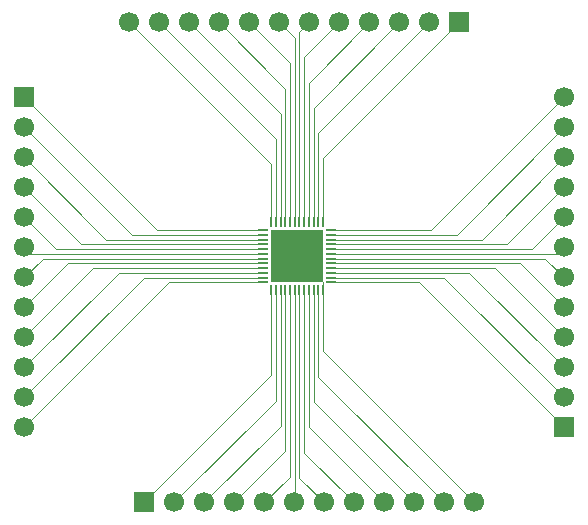
<source format=gbr>
%TF.GenerationSoftware,KiCad,Pcbnew,9.0.1*%
%TF.CreationDate,2025-08-21T20:12:04-04:00*%
%TF.ProjectId,STM32WL33CC1,53544d33-3257-44c3-9333-4343312e6b69,rev?*%
%TF.SameCoordinates,Original*%
%TF.FileFunction,Copper,L1,Top*%
%TF.FilePolarity,Positive*%
%FSLAX46Y46*%
G04 Gerber Fmt 4.6, Leading zero omitted, Abs format (unit mm)*
G04 Created by KiCad (PCBNEW 9.0.1) date 2025-08-21 20:12:04*
%MOMM*%
%LPD*%
G01*
G04 APERTURE LIST*
%TA.AperFunction,ComponentPad*%
%ADD10C,1.700000*%
%TD*%
%TA.AperFunction,ComponentPad*%
%ADD11R,1.700000X1.700000*%
%TD*%
%TA.AperFunction,SMDPad,CuDef*%
%ADD12R,0.863600X0.203200*%
%TD*%
%TA.AperFunction,SMDPad,CuDef*%
%ADD13R,0.203200X0.863600*%
%TD*%
%TA.AperFunction,SMDPad,CuDef*%
%ADD14R,4.495800X4.495800*%
%TD*%
%TA.AperFunction,Conductor*%
%ADD15C,0.100000*%
%TD*%
%TA.AperFunction,Conductor*%
%ADD16C,0.200000*%
%TD*%
G04 APERTURE END LIST*
D10*
%TO.P,J2,12,Pin_12*%
%TO.N,Pin 24*%
X163830000Y-97790000D03*
%TO.P,J2,11,Pin_11*%
%TO.N,Pin 23*%
X161290000Y-97790000D03*
%TO.P,J2,10,Pin_10*%
%TO.N,Pin 22*%
X158750000Y-97790000D03*
%TO.P,J2,9,Pin_9*%
%TO.N,Pin 21*%
X156210000Y-97790000D03*
%TO.P,J2,8,Pin_8*%
%TO.N,Pin 20*%
X153670000Y-97790000D03*
%TO.P,J2,7,Pin_7*%
%TO.N,Pin 19*%
X151130000Y-97790000D03*
%TO.P,J2,6,Pin_6*%
%TO.N,Pin 18*%
X148590000Y-97790000D03*
%TO.P,J2,5,Pin_5*%
%TO.N,Pin 17*%
X146050000Y-97790000D03*
%TO.P,J2,4,Pin_4*%
%TO.N,Pin 16*%
X143510000Y-97790000D03*
%TO.P,J2,3,Pin_3*%
%TO.N,Pin 15*%
X140970000Y-97790000D03*
%TO.P,J2,2,Pin_2*%
%TO.N,Pin 14*%
X138430000Y-97790000D03*
D11*
%TO.P,J2,1,Pin_1*%
%TO.N,Pin 13*%
X135890000Y-97790000D03*
%TD*%
D12*
%TO.P,U1,1,PA2*%
%TO.N,Pin 1*%
X145974800Y-74744999D03*
%TO.P,U1,2,PA3*%
%TO.N,Pin 2*%
X145974800Y-75145001D03*
%TO.P,U1,3,VDD_1*%
%TO.N,Pin 3*%
X145974800Y-75545000D03*
%TO.P,U1,4,PB3*%
%TO.N,Pin 4*%
X145974800Y-75944999D03*
%TO.P,U1,5,PB4*%
%TO.N,Pin 5*%
X145974800Y-76345001D03*
%TO.P,U1,6,PB5*%
%TO.N,Pin 6*%
X145974800Y-76745000D03*
%TO.P,U1,7,PA0*%
%TO.N,Pin 7*%
X145974800Y-77145000D03*
%TO.P,U1,8,PA4*%
%TO.N,Pin 8*%
X145974800Y-77544999D03*
%TO.P,U1,9,PA11*%
%TO.N,Pin 9*%
X145974800Y-77945001D03*
%TO.P,U1,10,PA10*%
%TO.N,Pin 10*%
X145974800Y-78345000D03*
%TO.P,U1,11,PA9*%
%TO.N,Pin 11*%
X145974800Y-78744999D03*
%TO.P,U1,12,PA8*%
%TO.N,Pin 12*%
X145974800Y-79145001D03*
D13*
%TO.P,U1,13,PB6*%
%TO.N,Pin 13*%
X146644999Y-79815200D03*
%TO.P,U1,14,PA5*%
%TO.N,Pin 14*%
X147045001Y-79815200D03*
%TO.P,U1,15,PA6*%
%TO.N,Pin 15*%
X147445000Y-79815200D03*
%TO.P,U1,16,PA7*%
%TO.N,Pin 16*%
X147844999Y-79815200D03*
%TO.P,U1,17,PB12*%
%TO.N,Pin 17*%
X148245001Y-79815200D03*
%TO.P,U1,18,PB13*%
%TO.N,Pin 18*%
X148645000Y-79815200D03*
%TO.P,U1,19,PB14*%
%TO.N,Pin 19*%
X149045000Y-79815200D03*
%TO.P,U1,20,PB15*%
%TO.N,Pin 20*%
X149444999Y-79815200D03*
%TO.P,U1,21,VDD2*%
%TO.N,Pin 21*%
X149845001Y-79815200D03*
%TO.P,U1,22,LPAWUR*%
%TO.N,Pin 22*%
X150245000Y-79815200D03*
%TO.P,U1,23,RX*%
%TO.N,Pin 23*%
X150644999Y-79815200D03*
%TO.P,U1,24,EXTGND*%
%TO.N,Pin 24*%
X151045001Y-79815200D03*
D12*
%TO.P,U1,25,TX_HP*%
%TO.N,Pin 25*%
X151715200Y-79145001D03*
%TO.P,U1,26,TX*%
%TO.N,Pin 26*%
X151715200Y-78744999D03*
%TO.P,U1,27,VDDRF*%
%TO.N,Pin 27*%
X151715200Y-78345000D03*
%TO.P,U1,28,OSCOUT*%
%TO.N,Pin 28*%
X151715200Y-77945001D03*
%TO.P,U1,29,OSCIN*%
%TO.N,Pin 29*%
X151715200Y-77544999D03*
%TO.P,U1,30,PA1*%
%TO.N,Pin 30*%
X151715200Y-77145000D03*
%TO.P,U1,31,PB7*%
%TO.N,Pin 31*%
X151715200Y-76745000D03*
%TO.P,U1,32,PB11*%
%TO.N,Pin 32*%
X151715200Y-76345001D03*
%TO.P,U1,33,PB10*%
%TO.N,Pin 33*%
X151715200Y-75944999D03*
%TO.P,U1,34,PB9*%
%TO.N,Pin 34*%
X151715200Y-75545000D03*
%TO.P,U1,35,PB8*%
%TO.N,Pin 35*%
X151715200Y-75145001D03*
%TO.P,U1,36,NRST*%
%TO.N,Pin 36*%
X151715200Y-74744999D03*
D13*
%TO.P,U1,37,VDDSD*%
%TO.N,Pin 37*%
X151045001Y-74074800D03*
%TO.P,U1,38,VLXSD*%
%TO.N,Pin 38*%
X150644999Y-74074800D03*
%TO.P,U1,39,VSSSD*%
%TO.N,Pin 39*%
X150245000Y-74074800D03*
%TO.P,U1,40,VFBSD*%
%TO.N,Pin 40*%
X149845001Y-74074800D03*
%TO.P,U1,41,VCAP*%
%TO.N,Pin 41*%
X149444999Y-74074800D03*
%TO.P,U1,42,PA12*%
%TO.N,Pin 42*%
X149045000Y-74074800D03*
%TO.P,U1,43,PA13*%
%TO.N,Pin 43*%
X148645000Y-74074800D03*
%TO.P,U1,44,PA14*%
%TO.N,Pin 44*%
X148245001Y-74074800D03*
%TO.P,U1,45,PA15*%
%TO.N,Pin 45*%
X147844999Y-74074800D03*
%TO.P,U1,46,PB0*%
%TO.N,Pin 46*%
X147445000Y-74074800D03*
%TO.P,U1,47,PB1*%
%TO.N,Pin 47*%
X147045001Y-74074800D03*
%TO.P,U1,48,PB2*%
%TO.N,Pin 48*%
X146644999Y-74074800D03*
D14*
%TO.P,U1,49,EPAD*%
%TO.N,Pin 24*%
X148845000Y-76945000D03*
%TD*%
D11*
%TO.P,J4,1,Pin_1*%
%TO.N,Pin 37*%
X162560000Y-57150000D03*
D10*
%TO.P,J4,2,Pin_2*%
%TO.N,Pin 38*%
X160020000Y-57150000D03*
%TO.P,J4,3,Pin_3*%
%TO.N,Pin 39*%
X157480000Y-57150000D03*
%TO.P,J4,4,Pin_4*%
%TO.N,Pin 40*%
X154940000Y-57150000D03*
%TO.P,J4,5,Pin_5*%
%TO.N,Pin 41*%
X152400000Y-57150000D03*
%TO.P,J4,6,Pin_6*%
%TO.N,Pin 42*%
X149860000Y-57150000D03*
%TO.P,J4,7,Pin_7*%
%TO.N,Pin 43*%
X147320000Y-57150000D03*
%TO.P,J4,8,Pin_8*%
%TO.N,Pin 44*%
X144780000Y-57150000D03*
%TO.P,J4,9,Pin_9*%
%TO.N,Pin 45*%
X142240000Y-57150000D03*
%TO.P,J4,10,Pin_10*%
%TO.N,Pin 46*%
X139700000Y-57150000D03*
%TO.P,J4,11,Pin_11*%
%TO.N,Pin 47*%
X137160000Y-57150000D03*
%TO.P,J4,12,Pin_12*%
%TO.N,Pin 48*%
X134620000Y-57150000D03*
%TD*%
D11*
%TO.P,J3,1,Pin_1*%
%TO.N,Pin 25*%
X171450000Y-91440000D03*
D10*
%TO.P,J3,2,Pin_2*%
%TO.N,Pin 26*%
X171450000Y-88900000D03*
%TO.P,J3,3,Pin_3*%
%TO.N,Pin 27*%
X171450000Y-86360000D03*
%TO.P,J3,4,Pin_4*%
%TO.N,Pin 28*%
X171450000Y-83820000D03*
%TO.P,J3,5,Pin_5*%
%TO.N,Pin 29*%
X171450000Y-81280000D03*
%TO.P,J3,6,Pin_6*%
%TO.N,Pin 30*%
X171450000Y-78740000D03*
%TO.P,J3,7,Pin_7*%
%TO.N,Pin 31*%
X171450000Y-76200000D03*
%TO.P,J3,8,Pin_8*%
%TO.N,Pin 32*%
X171450000Y-73660000D03*
%TO.P,J3,9,Pin_9*%
%TO.N,Pin 33*%
X171450000Y-71120000D03*
%TO.P,J3,10,Pin_10*%
%TO.N,Pin 34*%
X171450000Y-68580000D03*
%TO.P,J3,11,Pin_11*%
%TO.N,Pin 35*%
X171450000Y-66040000D03*
%TO.P,J3,12,Pin_12*%
%TO.N,Pin 36*%
X171450000Y-63500000D03*
%TD*%
D11*
%TO.P,J1,1,Pin_1*%
%TO.N,Pin 1*%
X125730000Y-63500000D03*
D10*
%TO.P,J1,2,Pin_2*%
%TO.N,Pin 2*%
X125730000Y-66040000D03*
%TO.P,J1,3,Pin_3*%
%TO.N,Pin 3*%
X125730000Y-68580000D03*
%TO.P,J1,4,Pin_4*%
%TO.N,Pin 4*%
X125730000Y-71120000D03*
%TO.P,J1,5,Pin_5*%
%TO.N,Pin 5*%
X125730000Y-73660000D03*
%TO.P,J1,6,Pin_6*%
%TO.N,Pin 6*%
X125730000Y-76200000D03*
%TO.P,J1,7,Pin_7*%
%TO.N,Pin 7*%
X125730000Y-78740000D03*
%TO.P,J1,8,Pin_8*%
%TO.N,Pin 8*%
X125730000Y-81280000D03*
%TO.P,J1,9,Pin_9*%
%TO.N,Pin 9*%
X125730000Y-83820000D03*
%TO.P,J1,10,Pin_10*%
%TO.N,Pin 10*%
X125730000Y-86360000D03*
%TO.P,J1,11,Pin_11*%
%TO.N,Pin 11*%
X125730000Y-88900000D03*
%TO.P,J1,12,Pin_12*%
%TO.N,Pin 12*%
X125730000Y-91440000D03*
%TD*%
D15*
%TO.N,Pin 25*%
X151715200Y-79145001D02*
X159155001Y-79145001D01*
X159155001Y-79145001D02*
X171450000Y-91440000D01*
%TO.N,Pin 26*%
X151715200Y-78744999D02*
X161294999Y-78744999D01*
X161294999Y-78744999D02*
X171450000Y-88900000D01*
%TO.N,Pin 27*%
X151715200Y-78345000D02*
X163435000Y-78345000D01*
X163435000Y-78345000D02*
X171450000Y-86360000D01*
%TO.N,Pin 28*%
X151715200Y-77945001D02*
X165575001Y-77945001D01*
X165575001Y-77945001D02*
X171450000Y-83820000D01*
%TO.N,Pin 29*%
X151715200Y-77544999D02*
X167714999Y-77544999D01*
X167714999Y-77544999D02*
X171450000Y-81280000D01*
%TO.N,Pin 30*%
X151715200Y-77145000D02*
X169855000Y-77145000D01*
X169855000Y-77145000D02*
X171450000Y-78740000D01*
%TO.N,Pin 31*%
X151715200Y-76745000D02*
X170905000Y-76745000D01*
X170905000Y-76745000D02*
X171450000Y-76200000D01*
%TO.N,Pin 32*%
X151715200Y-76345001D02*
X168764999Y-76345001D01*
X168764999Y-76345001D02*
X171450000Y-73660000D01*
%TO.N,Pin 33*%
X151715200Y-75944999D02*
X166625001Y-75944999D01*
X166625001Y-75944999D02*
X171450000Y-71120000D01*
%TO.N,Pin 34*%
X151715200Y-75545000D02*
X164485000Y-75545000D01*
X164485000Y-75545000D02*
X171450000Y-68580000D01*
%TO.N,Pin 35*%
X151715200Y-75145001D02*
X162344999Y-75145001D01*
X162344999Y-75145001D02*
X171450000Y-66040000D01*
%TO.N,Pin 36*%
X151715200Y-74744999D02*
X160205001Y-74744999D01*
X160205001Y-74744999D02*
X171450000Y-63500000D01*
%TO.N,Pin 37*%
X151045001Y-74074800D02*
X151045001Y-68664999D01*
X151045001Y-68664999D02*
X162560000Y-57150000D01*
%TO.N,Pin 38*%
X150644999Y-74074800D02*
X150644999Y-66525001D01*
X150644999Y-66525001D02*
X160020000Y-57150000D01*
%TO.N,Pin 39*%
X150245000Y-74074800D02*
X150245000Y-64385000D01*
X150245000Y-64385000D02*
X157480000Y-57150000D01*
%TO.N,Pin 40*%
X149845001Y-74074800D02*
X149845001Y-62244999D01*
X149845001Y-62244999D02*
X154940000Y-57150000D01*
%TO.N,Pin 41*%
X149444999Y-74074800D02*
X149444999Y-60105001D01*
X149444999Y-60105001D02*
X152400000Y-57150000D01*
%TO.N,Pin 42*%
X149045000Y-74074800D02*
X149045000Y-57965000D01*
X149045000Y-57965000D02*
X149860000Y-57150000D01*
%TO.N,Pin 43*%
X148645000Y-74074800D02*
X148645000Y-58475000D01*
X148645000Y-58475000D02*
X147320000Y-57150000D01*
%TO.N,Pin 44*%
X148245001Y-74074800D02*
X148245001Y-60615001D01*
X148245001Y-60615001D02*
X144780000Y-57150000D01*
%TO.N,Pin 45*%
X147844999Y-74074800D02*
X147844999Y-62754999D01*
X147844999Y-62754999D02*
X142240000Y-57150000D01*
%TO.N,Pin 46*%
X147445000Y-74074800D02*
X147445000Y-64895000D01*
X147445000Y-64895000D02*
X139700000Y-57150000D01*
%TO.N,Pin 47*%
X147045001Y-74074800D02*
X147045001Y-67035001D01*
X147045001Y-67035001D02*
X137160000Y-57150000D01*
%TO.N,Pin 48*%
X146644999Y-74074800D02*
X146644999Y-69174999D01*
X146644999Y-69174999D02*
X134620000Y-57150000D01*
%TO.N,Pin 12*%
X145974800Y-79145001D02*
X138024999Y-79145001D01*
X138024999Y-79145001D02*
X125730000Y-91440000D01*
%TO.N,Pin 11*%
X145974800Y-78744999D02*
X135885001Y-78744999D01*
X135885001Y-78744999D02*
X125730000Y-88900000D01*
%TO.N,Pin 10*%
X145974800Y-78345000D02*
X133745000Y-78345000D01*
X133745000Y-78345000D02*
X125730000Y-86360000D01*
%TO.N,Pin 9*%
X145974800Y-77945001D02*
X131604999Y-77945001D01*
X131604999Y-77945001D02*
X125730000Y-83820000D01*
%TO.N,Pin 8*%
X145974800Y-77544999D02*
X129465001Y-77544999D01*
X129465001Y-77544999D02*
X125730000Y-81280000D01*
%TO.N,Pin 6*%
X145974800Y-76745000D02*
X126275000Y-76745000D01*
X126275000Y-76745000D02*
X125730000Y-76200000D01*
%TO.N,Pin 7*%
X145974800Y-77145000D02*
X127325000Y-77145000D01*
X127325000Y-77145000D02*
X125730000Y-78740000D01*
%TO.N,Pin 5*%
X145974800Y-76345001D02*
X128415001Y-76345001D01*
X128415001Y-76345001D02*
X125730000Y-73660000D01*
%TO.N,Pin 4*%
X145974800Y-75944999D02*
X130554999Y-75944999D01*
X130554999Y-75944999D02*
X125730000Y-71120000D01*
%TO.N,Pin 3*%
X145974800Y-75545000D02*
X132695000Y-75545000D01*
X132695000Y-75545000D02*
X125730000Y-68580000D01*
%TO.N,Pin 2*%
X145974800Y-75145001D02*
X134835001Y-75145001D01*
X134835001Y-75145001D02*
X125730000Y-66040000D01*
%TO.N,Pin 1*%
X145974800Y-74744999D02*
X136974999Y-74744999D01*
X136974999Y-74744999D02*
X125730000Y-63500000D01*
%TO.N,Pin 13*%
X146644999Y-79815200D02*
X146644999Y-87035001D01*
X146644999Y-87035001D02*
X135890000Y-97790000D01*
%TO.N,Pin 14*%
X147045001Y-79815200D02*
X147045001Y-89174999D01*
X147045001Y-89174999D02*
X138430000Y-97790000D01*
%TO.N,Pin 15*%
X147445000Y-79815200D02*
X147445000Y-91315000D01*
X147445000Y-91315000D02*
X140970000Y-97790000D01*
%TO.N,Pin 16*%
X147844999Y-79815200D02*
X147844999Y-93455001D01*
X147844999Y-93455001D02*
X143510000Y-97790000D01*
%TO.N,Pin 17*%
X148245001Y-79815200D02*
X148245001Y-95594999D01*
X148245001Y-95594999D02*
X146050000Y-97790000D01*
%TO.N,Pin 18*%
X148645000Y-79815200D02*
X148645000Y-97735000D01*
X148645000Y-97735000D02*
X148590000Y-97790000D01*
%TO.N,Pin 19*%
X149045000Y-79815200D02*
X149045000Y-95705000D01*
X149045000Y-95705000D02*
X151130000Y-97790000D01*
%TO.N,Pin 20*%
X149444999Y-79815200D02*
X149444999Y-93564999D01*
X149444999Y-93564999D02*
X153670000Y-97790000D01*
%TO.N,Pin 21*%
X149845001Y-79815200D02*
X149845001Y-91425001D01*
X149845001Y-91425001D02*
X156210000Y-97790000D01*
%TO.N,Pin 22*%
X150245000Y-79815200D02*
X150245000Y-89285000D01*
X150245000Y-89285000D02*
X158750000Y-97790000D01*
%TO.N,Pin 24*%
X151045001Y-79815200D02*
X151032400Y-79802599D01*
X151032400Y-79802599D02*
X151032400Y-79132400D01*
X151032400Y-79132400D02*
X148845000Y-76945000D01*
X151045001Y-79815200D02*
X151045001Y-85005001D01*
X151045001Y-85005001D02*
X163830000Y-97790000D01*
%TO.N,Pin 23*%
X150644999Y-79815200D02*
X150644999Y-87144999D01*
X150644999Y-87144999D02*
X161290000Y-97790000D01*
D16*
%TO.N,Pin 12*%
X145964800Y-79155001D02*
X145972202Y-79147599D01*
X145972202Y-79147599D02*
X145974800Y-79147599D01*
%TO.N,Pin 6*%
X125730000Y-76200000D02*
X126279001Y-76749001D01*
%TD*%
M02*

</source>
